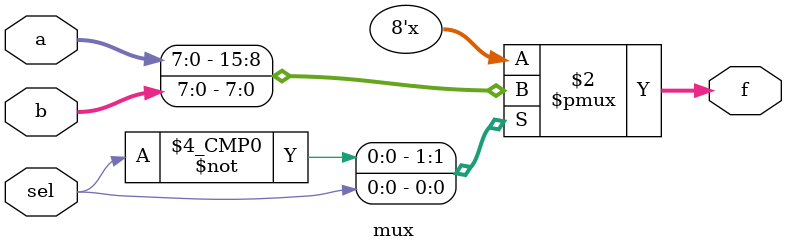
<source format=v>

`timescale 1ns/10ps

module mux(a, b, sel, f);
	input [8:0] a, b;
	input sel;
	output reg [7:0] f;

	always@(a, b, sel) begin
		case(sel)
			0: f = a[7:0];
			1: f = b[7:0];
			default: f = 0;
		endcase
	end
endmodule

</source>
